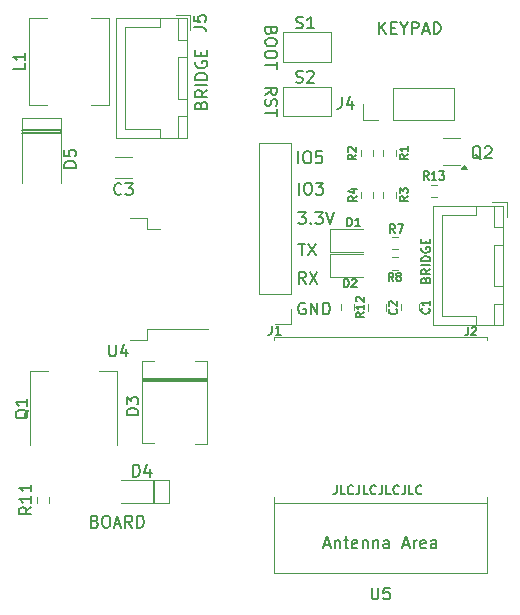
<source format=gbr>
%TF.GenerationSoftware,KiCad,Pcbnew,9.0.1*%
%TF.CreationDate,2025-09-06T18:12:35+02:00*%
%TF.ProjectId,SommerESP,536f6d6d-6572-4455-9350-2e6b69636164,2.0*%
%TF.SameCoordinates,Original*%
%TF.FileFunction,Legend,Top*%
%TF.FilePolarity,Positive*%
%FSLAX46Y46*%
G04 Gerber Fmt 4.6, Leading zero omitted, Abs format (unit mm)*
G04 Created by KiCad (PCBNEW 9.0.1) date 2025-09-06 18:12:35*
%MOMM*%
%LPD*%
G01*
G04 APERTURE LIST*
%ADD10C,0.150000*%
%ADD11C,0.120000*%
G04 APERTURE END LIST*
D10*
X93425000Y-61925000D02*
X93425000Y-62050000D01*
X90125000Y-61850000D02*
X93425000Y-61850000D01*
X105800000Y-82875000D02*
X100350000Y-82875000D01*
X93425000Y-62075000D02*
X90125000Y-62075000D01*
X105800000Y-83100000D02*
X100350000Y-83100000D01*
X113541541Y-68769819D02*
X114160588Y-68769819D01*
X114160588Y-68769819D02*
X113827255Y-69150771D01*
X113827255Y-69150771D02*
X113970112Y-69150771D01*
X113970112Y-69150771D02*
X114065350Y-69198390D01*
X114065350Y-69198390D02*
X114112969Y-69246009D01*
X114112969Y-69246009D02*
X114160588Y-69341247D01*
X114160588Y-69341247D02*
X114160588Y-69579342D01*
X114160588Y-69579342D02*
X114112969Y-69674580D01*
X114112969Y-69674580D02*
X114065350Y-69722200D01*
X114065350Y-69722200D02*
X113970112Y-69769819D01*
X113970112Y-69769819D02*
X113684398Y-69769819D01*
X113684398Y-69769819D02*
X113589160Y-69722200D01*
X113589160Y-69722200D02*
X113541541Y-69674580D01*
X114589160Y-69674580D02*
X114636779Y-69722200D01*
X114636779Y-69722200D02*
X114589160Y-69769819D01*
X114589160Y-69769819D02*
X114541541Y-69722200D01*
X114541541Y-69722200D02*
X114589160Y-69674580D01*
X114589160Y-69674580D02*
X114589160Y-69769819D01*
X114970112Y-68769819D02*
X115589159Y-68769819D01*
X115589159Y-68769819D02*
X115255826Y-69150771D01*
X115255826Y-69150771D02*
X115398683Y-69150771D01*
X115398683Y-69150771D02*
X115493921Y-69198390D01*
X115493921Y-69198390D02*
X115541540Y-69246009D01*
X115541540Y-69246009D02*
X115589159Y-69341247D01*
X115589159Y-69341247D02*
X115589159Y-69579342D01*
X115589159Y-69579342D02*
X115541540Y-69674580D01*
X115541540Y-69674580D02*
X115493921Y-69722200D01*
X115493921Y-69722200D02*
X115398683Y-69769819D01*
X115398683Y-69769819D02*
X115112969Y-69769819D01*
X115112969Y-69769819D02*
X115017731Y-69722200D01*
X115017731Y-69722200D02*
X114970112Y-69674580D01*
X115874874Y-68769819D02*
X116208207Y-69769819D01*
X116208207Y-69769819D02*
X116541540Y-68769819D01*
X105296009Y-59679887D02*
X105343628Y-59537030D01*
X105343628Y-59537030D02*
X105391247Y-59489411D01*
X105391247Y-59489411D02*
X105486485Y-59441792D01*
X105486485Y-59441792D02*
X105629342Y-59441792D01*
X105629342Y-59441792D02*
X105724580Y-59489411D01*
X105724580Y-59489411D02*
X105772200Y-59537030D01*
X105772200Y-59537030D02*
X105819819Y-59632268D01*
X105819819Y-59632268D02*
X105819819Y-60013220D01*
X105819819Y-60013220D02*
X104819819Y-60013220D01*
X104819819Y-60013220D02*
X104819819Y-59679887D01*
X104819819Y-59679887D02*
X104867438Y-59584649D01*
X104867438Y-59584649D02*
X104915057Y-59537030D01*
X104915057Y-59537030D02*
X105010295Y-59489411D01*
X105010295Y-59489411D02*
X105105533Y-59489411D01*
X105105533Y-59489411D02*
X105200771Y-59537030D01*
X105200771Y-59537030D02*
X105248390Y-59584649D01*
X105248390Y-59584649D02*
X105296009Y-59679887D01*
X105296009Y-59679887D02*
X105296009Y-60013220D01*
X105819819Y-58441792D02*
X105343628Y-58775125D01*
X105819819Y-59013220D02*
X104819819Y-59013220D01*
X104819819Y-59013220D02*
X104819819Y-58632268D01*
X104819819Y-58632268D02*
X104867438Y-58537030D01*
X104867438Y-58537030D02*
X104915057Y-58489411D01*
X104915057Y-58489411D02*
X105010295Y-58441792D01*
X105010295Y-58441792D02*
X105153152Y-58441792D01*
X105153152Y-58441792D02*
X105248390Y-58489411D01*
X105248390Y-58489411D02*
X105296009Y-58537030D01*
X105296009Y-58537030D02*
X105343628Y-58632268D01*
X105343628Y-58632268D02*
X105343628Y-59013220D01*
X105819819Y-58013220D02*
X104819819Y-58013220D01*
X105819819Y-57537030D02*
X104819819Y-57537030D01*
X104819819Y-57537030D02*
X104819819Y-57298935D01*
X104819819Y-57298935D02*
X104867438Y-57156078D01*
X104867438Y-57156078D02*
X104962676Y-57060840D01*
X104962676Y-57060840D02*
X105057914Y-57013221D01*
X105057914Y-57013221D02*
X105248390Y-56965602D01*
X105248390Y-56965602D02*
X105391247Y-56965602D01*
X105391247Y-56965602D02*
X105581723Y-57013221D01*
X105581723Y-57013221D02*
X105676961Y-57060840D01*
X105676961Y-57060840D02*
X105772200Y-57156078D01*
X105772200Y-57156078D02*
X105819819Y-57298935D01*
X105819819Y-57298935D02*
X105819819Y-57537030D01*
X104867438Y-56013221D02*
X104819819Y-56108459D01*
X104819819Y-56108459D02*
X104819819Y-56251316D01*
X104819819Y-56251316D02*
X104867438Y-56394173D01*
X104867438Y-56394173D02*
X104962676Y-56489411D01*
X104962676Y-56489411D02*
X105057914Y-56537030D01*
X105057914Y-56537030D02*
X105248390Y-56584649D01*
X105248390Y-56584649D02*
X105391247Y-56584649D01*
X105391247Y-56584649D02*
X105581723Y-56537030D01*
X105581723Y-56537030D02*
X105676961Y-56489411D01*
X105676961Y-56489411D02*
X105772200Y-56394173D01*
X105772200Y-56394173D02*
X105819819Y-56251316D01*
X105819819Y-56251316D02*
X105819819Y-56156078D01*
X105819819Y-56156078D02*
X105772200Y-56013221D01*
X105772200Y-56013221D02*
X105724580Y-55965602D01*
X105724580Y-55965602D02*
X105391247Y-55965602D01*
X105391247Y-55965602D02*
X105391247Y-56156078D01*
X105296009Y-55537030D02*
X105296009Y-55203697D01*
X105819819Y-55060840D02*
X105819819Y-55537030D01*
X105819819Y-55537030D02*
X104819819Y-55537030D01*
X104819819Y-55537030D02*
X104819819Y-55060840D01*
X124307557Y-74522744D02*
X124343271Y-74415601D01*
X124343271Y-74415601D02*
X124378985Y-74379887D01*
X124378985Y-74379887D02*
X124450414Y-74344173D01*
X124450414Y-74344173D02*
X124557557Y-74344173D01*
X124557557Y-74344173D02*
X124628985Y-74379887D01*
X124628985Y-74379887D02*
X124664700Y-74415601D01*
X124664700Y-74415601D02*
X124700414Y-74487030D01*
X124700414Y-74487030D02*
X124700414Y-74772744D01*
X124700414Y-74772744D02*
X123950414Y-74772744D01*
X123950414Y-74772744D02*
X123950414Y-74522744D01*
X123950414Y-74522744D02*
X123986128Y-74451316D01*
X123986128Y-74451316D02*
X124021842Y-74415601D01*
X124021842Y-74415601D02*
X124093271Y-74379887D01*
X124093271Y-74379887D02*
X124164700Y-74379887D01*
X124164700Y-74379887D02*
X124236128Y-74415601D01*
X124236128Y-74415601D02*
X124271842Y-74451316D01*
X124271842Y-74451316D02*
X124307557Y-74522744D01*
X124307557Y-74522744D02*
X124307557Y-74772744D01*
X124700414Y-73594173D02*
X124343271Y-73844173D01*
X124700414Y-74022744D02*
X123950414Y-74022744D01*
X123950414Y-74022744D02*
X123950414Y-73737030D01*
X123950414Y-73737030D02*
X123986128Y-73665601D01*
X123986128Y-73665601D02*
X124021842Y-73629887D01*
X124021842Y-73629887D02*
X124093271Y-73594173D01*
X124093271Y-73594173D02*
X124200414Y-73594173D01*
X124200414Y-73594173D02*
X124271842Y-73629887D01*
X124271842Y-73629887D02*
X124307557Y-73665601D01*
X124307557Y-73665601D02*
X124343271Y-73737030D01*
X124343271Y-73737030D02*
X124343271Y-74022744D01*
X124700414Y-73272744D02*
X123950414Y-73272744D01*
X124700414Y-72915601D02*
X123950414Y-72915601D01*
X123950414Y-72915601D02*
X123950414Y-72737030D01*
X123950414Y-72737030D02*
X123986128Y-72629887D01*
X123986128Y-72629887D02*
X124057557Y-72558458D01*
X124057557Y-72558458D02*
X124128985Y-72522744D01*
X124128985Y-72522744D02*
X124271842Y-72487030D01*
X124271842Y-72487030D02*
X124378985Y-72487030D01*
X124378985Y-72487030D02*
X124521842Y-72522744D01*
X124521842Y-72522744D02*
X124593271Y-72558458D01*
X124593271Y-72558458D02*
X124664700Y-72629887D01*
X124664700Y-72629887D02*
X124700414Y-72737030D01*
X124700414Y-72737030D02*
X124700414Y-72915601D01*
X123986128Y-71772744D02*
X123950414Y-71844173D01*
X123950414Y-71844173D02*
X123950414Y-71951315D01*
X123950414Y-71951315D02*
X123986128Y-72058458D01*
X123986128Y-72058458D02*
X124057557Y-72129887D01*
X124057557Y-72129887D02*
X124128985Y-72165601D01*
X124128985Y-72165601D02*
X124271842Y-72201315D01*
X124271842Y-72201315D02*
X124378985Y-72201315D01*
X124378985Y-72201315D02*
X124521842Y-72165601D01*
X124521842Y-72165601D02*
X124593271Y-72129887D01*
X124593271Y-72129887D02*
X124664700Y-72058458D01*
X124664700Y-72058458D02*
X124700414Y-71951315D01*
X124700414Y-71951315D02*
X124700414Y-71879887D01*
X124700414Y-71879887D02*
X124664700Y-71772744D01*
X124664700Y-71772744D02*
X124628985Y-71737030D01*
X124628985Y-71737030D02*
X124378985Y-71737030D01*
X124378985Y-71737030D02*
X124378985Y-71879887D01*
X124307557Y-71415601D02*
X124307557Y-71165601D01*
X124700414Y-71058458D02*
X124700414Y-71415601D01*
X124700414Y-71415601D02*
X123950414Y-71415601D01*
X123950414Y-71415601D02*
X123950414Y-71058458D01*
X113586779Y-67269819D02*
X113586779Y-66269819D01*
X114253445Y-66269819D02*
X114443921Y-66269819D01*
X114443921Y-66269819D02*
X114539159Y-66317438D01*
X114539159Y-66317438D02*
X114634397Y-66412676D01*
X114634397Y-66412676D02*
X114682016Y-66603152D01*
X114682016Y-66603152D02*
X114682016Y-66936485D01*
X114682016Y-66936485D02*
X114634397Y-67126961D01*
X114634397Y-67126961D02*
X114539159Y-67222200D01*
X114539159Y-67222200D02*
X114443921Y-67269819D01*
X114443921Y-67269819D02*
X114253445Y-67269819D01*
X114253445Y-67269819D02*
X114158207Y-67222200D01*
X114158207Y-67222200D02*
X114062969Y-67126961D01*
X114062969Y-67126961D02*
X114015350Y-66936485D01*
X114015350Y-66936485D02*
X114015350Y-66603152D01*
X114015350Y-66603152D02*
X114062969Y-66412676D01*
X114062969Y-66412676D02*
X114158207Y-66317438D01*
X114158207Y-66317438D02*
X114253445Y-66269819D01*
X115015350Y-66269819D02*
X115634397Y-66269819D01*
X115634397Y-66269819D02*
X115301064Y-66650771D01*
X115301064Y-66650771D02*
X115443921Y-66650771D01*
X115443921Y-66650771D02*
X115539159Y-66698390D01*
X115539159Y-66698390D02*
X115586778Y-66746009D01*
X115586778Y-66746009D02*
X115634397Y-66841247D01*
X115634397Y-66841247D02*
X115634397Y-67079342D01*
X115634397Y-67079342D02*
X115586778Y-67174580D01*
X115586778Y-67174580D02*
X115539159Y-67222200D01*
X115539159Y-67222200D02*
X115443921Y-67269819D01*
X115443921Y-67269819D02*
X115158207Y-67269819D01*
X115158207Y-67269819D02*
X115062969Y-67222200D01*
X115062969Y-67222200D02*
X115015350Y-67174580D01*
X110730180Y-58808207D02*
X111206371Y-58474874D01*
X110730180Y-58236779D02*
X111730180Y-58236779D01*
X111730180Y-58236779D02*
X111730180Y-58617731D01*
X111730180Y-58617731D02*
X111682561Y-58712969D01*
X111682561Y-58712969D02*
X111634942Y-58760588D01*
X111634942Y-58760588D02*
X111539704Y-58808207D01*
X111539704Y-58808207D02*
X111396847Y-58808207D01*
X111396847Y-58808207D02*
X111301609Y-58760588D01*
X111301609Y-58760588D02*
X111253990Y-58712969D01*
X111253990Y-58712969D02*
X111206371Y-58617731D01*
X111206371Y-58617731D02*
X111206371Y-58236779D01*
X110777800Y-59189160D02*
X110730180Y-59332017D01*
X110730180Y-59332017D02*
X110730180Y-59570112D01*
X110730180Y-59570112D02*
X110777800Y-59665350D01*
X110777800Y-59665350D02*
X110825419Y-59712969D01*
X110825419Y-59712969D02*
X110920657Y-59760588D01*
X110920657Y-59760588D02*
X111015895Y-59760588D01*
X111015895Y-59760588D02*
X111111133Y-59712969D01*
X111111133Y-59712969D02*
X111158752Y-59665350D01*
X111158752Y-59665350D02*
X111206371Y-59570112D01*
X111206371Y-59570112D02*
X111253990Y-59379636D01*
X111253990Y-59379636D02*
X111301609Y-59284398D01*
X111301609Y-59284398D02*
X111349228Y-59236779D01*
X111349228Y-59236779D02*
X111444466Y-59189160D01*
X111444466Y-59189160D02*
X111539704Y-59189160D01*
X111539704Y-59189160D02*
X111634942Y-59236779D01*
X111634942Y-59236779D02*
X111682561Y-59284398D01*
X111682561Y-59284398D02*
X111730180Y-59379636D01*
X111730180Y-59379636D02*
X111730180Y-59617731D01*
X111730180Y-59617731D02*
X111682561Y-59760588D01*
X111730180Y-60046303D02*
X111730180Y-60617731D01*
X110730180Y-60332017D02*
X111730180Y-60332017D01*
X116785713Y-91900414D02*
X116785713Y-92436128D01*
X116785713Y-92436128D02*
X116749998Y-92543271D01*
X116749998Y-92543271D02*
X116678570Y-92614700D01*
X116678570Y-92614700D02*
X116571427Y-92650414D01*
X116571427Y-92650414D02*
X116499998Y-92650414D01*
X117499999Y-92650414D02*
X117142856Y-92650414D01*
X117142856Y-92650414D02*
X117142856Y-91900414D01*
X118178570Y-92578985D02*
X118142856Y-92614700D01*
X118142856Y-92614700D02*
X118035713Y-92650414D01*
X118035713Y-92650414D02*
X117964285Y-92650414D01*
X117964285Y-92650414D02*
X117857142Y-92614700D01*
X117857142Y-92614700D02*
X117785713Y-92543271D01*
X117785713Y-92543271D02*
X117749999Y-92471842D01*
X117749999Y-92471842D02*
X117714285Y-92328985D01*
X117714285Y-92328985D02*
X117714285Y-92221842D01*
X117714285Y-92221842D02*
X117749999Y-92078985D01*
X117749999Y-92078985D02*
X117785713Y-92007557D01*
X117785713Y-92007557D02*
X117857142Y-91936128D01*
X117857142Y-91936128D02*
X117964285Y-91900414D01*
X117964285Y-91900414D02*
X118035713Y-91900414D01*
X118035713Y-91900414D02*
X118142856Y-91936128D01*
X118142856Y-91936128D02*
X118178570Y-91971842D01*
X118714285Y-91900414D02*
X118714285Y-92436128D01*
X118714285Y-92436128D02*
X118678570Y-92543271D01*
X118678570Y-92543271D02*
X118607142Y-92614700D01*
X118607142Y-92614700D02*
X118499999Y-92650414D01*
X118499999Y-92650414D02*
X118428570Y-92650414D01*
X119428571Y-92650414D02*
X119071428Y-92650414D01*
X119071428Y-92650414D02*
X119071428Y-91900414D01*
X120107142Y-92578985D02*
X120071428Y-92614700D01*
X120071428Y-92614700D02*
X119964285Y-92650414D01*
X119964285Y-92650414D02*
X119892857Y-92650414D01*
X119892857Y-92650414D02*
X119785714Y-92614700D01*
X119785714Y-92614700D02*
X119714285Y-92543271D01*
X119714285Y-92543271D02*
X119678571Y-92471842D01*
X119678571Y-92471842D02*
X119642857Y-92328985D01*
X119642857Y-92328985D02*
X119642857Y-92221842D01*
X119642857Y-92221842D02*
X119678571Y-92078985D01*
X119678571Y-92078985D02*
X119714285Y-92007557D01*
X119714285Y-92007557D02*
X119785714Y-91936128D01*
X119785714Y-91936128D02*
X119892857Y-91900414D01*
X119892857Y-91900414D02*
X119964285Y-91900414D01*
X119964285Y-91900414D02*
X120071428Y-91936128D01*
X120071428Y-91936128D02*
X120107142Y-91971842D01*
X120642857Y-91900414D02*
X120642857Y-92436128D01*
X120642857Y-92436128D02*
X120607142Y-92543271D01*
X120607142Y-92543271D02*
X120535714Y-92614700D01*
X120535714Y-92614700D02*
X120428571Y-92650414D01*
X120428571Y-92650414D02*
X120357142Y-92650414D01*
X121357143Y-92650414D02*
X121000000Y-92650414D01*
X121000000Y-92650414D02*
X121000000Y-91900414D01*
X122035714Y-92578985D02*
X122000000Y-92614700D01*
X122000000Y-92614700D02*
X121892857Y-92650414D01*
X121892857Y-92650414D02*
X121821429Y-92650414D01*
X121821429Y-92650414D02*
X121714286Y-92614700D01*
X121714286Y-92614700D02*
X121642857Y-92543271D01*
X121642857Y-92543271D02*
X121607143Y-92471842D01*
X121607143Y-92471842D02*
X121571429Y-92328985D01*
X121571429Y-92328985D02*
X121571429Y-92221842D01*
X121571429Y-92221842D02*
X121607143Y-92078985D01*
X121607143Y-92078985D02*
X121642857Y-92007557D01*
X121642857Y-92007557D02*
X121714286Y-91936128D01*
X121714286Y-91936128D02*
X121821429Y-91900414D01*
X121821429Y-91900414D02*
X121892857Y-91900414D01*
X121892857Y-91900414D02*
X122000000Y-91936128D01*
X122000000Y-91936128D02*
X122035714Y-91971842D01*
X122571429Y-91900414D02*
X122571429Y-92436128D01*
X122571429Y-92436128D02*
X122535714Y-92543271D01*
X122535714Y-92543271D02*
X122464286Y-92614700D01*
X122464286Y-92614700D02*
X122357143Y-92650414D01*
X122357143Y-92650414D02*
X122285714Y-92650414D01*
X123285715Y-92650414D02*
X122928572Y-92650414D01*
X122928572Y-92650414D02*
X122928572Y-91900414D01*
X123964286Y-92578985D02*
X123928572Y-92614700D01*
X123928572Y-92614700D02*
X123821429Y-92650414D01*
X123821429Y-92650414D02*
X123750001Y-92650414D01*
X123750001Y-92650414D02*
X123642858Y-92614700D01*
X123642858Y-92614700D02*
X123571429Y-92543271D01*
X123571429Y-92543271D02*
X123535715Y-92471842D01*
X123535715Y-92471842D02*
X123500001Y-92328985D01*
X123500001Y-92328985D02*
X123500001Y-92221842D01*
X123500001Y-92221842D02*
X123535715Y-92078985D01*
X123535715Y-92078985D02*
X123571429Y-92007557D01*
X123571429Y-92007557D02*
X123642858Y-91936128D01*
X123642858Y-91936128D02*
X123750001Y-91900414D01*
X123750001Y-91900414D02*
X123821429Y-91900414D01*
X123821429Y-91900414D02*
X123928572Y-91936128D01*
X123928572Y-91936128D02*
X123964286Y-91971842D01*
X120386779Y-53669819D02*
X120386779Y-52669819D01*
X120958207Y-53669819D02*
X120529636Y-53098390D01*
X120958207Y-52669819D02*
X120386779Y-53241247D01*
X121386779Y-53146009D02*
X121720112Y-53146009D01*
X121862969Y-53669819D02*
X121386779Y-53669819D01*
X121386779Y-53669819D02*
X121386779Y-52669819D01*
X121386779Y-52669819D02*
X121862969Y-52669819D01*
X122482017Y-53193628D02*
X122482017Y-53669819D01*
X122148684Y-52669819D02*
X122482017Y-53193628D01*
X122482017Y-53193628D02*
X122815350Y-52669819D01*
X123148684Y-53669819D02*
X123148684Y-52669819D01*
X123148684Y-52669819D02*
X123529636Y-52669819D01*
X123529636Y-52669819D02*
X123624874Y-52717438D01*
X123624874Y-52717438D02*
X123672493Y-52765057D01*
X123672493Y-52765057D02*
X123720112Y-52860295D01*
X123720112Y-52860295D02*
X123720112Y-53003152D01*
X123720112Y-53003152D02*
X123672493Y-53098390D01*
X123672493Y-53098390D02*
X123624874Y-53146009D01*
X123624874Y-53146009D02*
X123529636Y-53193628D01*
X123529636Y-53193628D02*
X123148684Y-53193628D01*
X124101065Y-53384104D02*
X124577255Y-53384104D01*
X124005827Y-53669819D02*
X124339160Y-52669819D01*
X124339160Y-52669819D02*
X124672493Y-53669819D01*
X125005827Y-53669819D02*
X125005827Y-52669819D01*
X125005827Y-52669819D02*
X125243922Y-52669819D01*
X125243922Y-52669819D02*
X125386779Y-52717438D01*
X125386779Y-52717438D02*
X125482017Y-52812676D01*
X125482017Y-52812676D02*
X125529636Y-52907914D01*
X125529636Y-52907914D02*
X125577255Y-53098390D01*
X125577255Y-53098390D02*
X125577255Y-53241247D01*
X125577255Y-53241247D02*
X125529636Y-53431723D01*
X125529636Y-53431723D02*
X125482017Y-53526961D01*
X125482017Y-53526961D02*
X125386779Y-53622200D01*
X125386779Y-53622200D02*
X125243922Y-53669819D01*
X125243922Y-53669819D02*
X125005827Y-53669819D01*
X113543922Y-71419819D02*
X114115350Y-71419819D01*
X113829636Y-72419819D02*
X113829636Y-71419819D01*
X114353446Y-71419819D02*
X115020112Y-72419819D01*
X115020112Y-71419819D02*
X114353446Y-72419819D01*
X114158207Y-74819819D02*
X113824874Y-74343628D01*
X113586779Y-74819819D02*
X113586779Y-73819819D01*
X113586779Y-73819819D02*
X113967731Y-73819819D01*
X113967731Y-73819819D02*
X114062969Y-73867438D01*
X114062969Y-73867438D02*
X114110588Y-73915057D01*
X114110588Y-73915057D02*
X114158207Y-74010295D01*
X114158207Y-74010295D02*
X114158207Y-74153152D01*
X114158207Y-74153152D02*
X114110588Y-74248390D01*
X114110588Y-74248390D02*
X114062969Y-74296009D01*
X114062969Y-74296009D02*
X113967731Y-74343628D01*
X113967731Y-74343628D02*
X113586779Y-74343628D01*
X114491541Y-73819819D02*
X115158207Y-74819819D01*
X115158207Y-73819819D02*
X114491541Y-74819819D01*
X113536779Y-64619819D02*
X113536779Y-63619819D01*
X114203445Y-63619819D02*
X114393921Y-63619819D01*
X114393921Y-63619819D02*
X114489159Y-63667438D01*
X114489159Y-63667438D02*
X114584397Y-63762676D01*
X114584397Y-63762676D02*
X114632016Y-63953152D01*
X114632016Y-63953152D02*
X114632016Y-64286485D01*
X114632016Y-64286485D02*
X114584397Y-64476961D01*
X114584397Y-64476961D02*
X114489159Y-64572200D01*
X114489159Y-64572200D02*
X114393921Y-64619819D01*
X114393921Y-64619819D02*
X114203445Y-64619819D01*
X114203445Y-64619819D02*
X114108207Y-64572200D01*
X114108207Y-64572200D02*
X114012969Y-64476961D01*
X114012969Y-64476961D02*
X113965350Y-64286485D01*
X113965350Y-64286485D02*
X113965350Y-63953152D01*
X113965350Y-63953152D02*
X114012969Y-63762676D01*
X114012969Y-63762676D02*
X114108207Y-63667438D01*
X114108207Y-63667438D02*
X114203445Y-63619819D01*
X115536778Y-63619819D02*
X115060588Y-63619819D01*
X115060588Y-63619819D02*
X115012969Y-64096009D01*
X115012969Y-64096009D02*
X115060588Y-64048390D01*
X115060588Y-64048390D02*
X115155826Y-64000771D01*
X115155826Y-64000771D02*
X115393921Y-64000771D01*
X115393921Y-64000771D02*
X115489159Y-64048390D01*
X115489159Y-64048390D02*
X115536778Y-64096009D01*
X115536778Y-64096009D02*
X115584397Y-64191247D01*
X115584397Y-64191247D02*
X115584397Y-64429342D01*
X115584397Y-64429342D02*
X115536778Y-64524580D01*
X115536778Y-64524580D02*
X115489159Y-64572200D01*
X115489159Y-64572200D02*
X115393921Y-64619819D01*
X115393921Y-64619819D02*
X115155826Y-64619819D01*
X115155826Y-64619819D02*
X115060588Y-64572200D01*
X115060588Y-64572200D02*
X115012969Y-64524580D01*
X96320112Y-94946009D02*
X96462969Y-94993628D01*
X96462969Y-94993628D02*
X96510588Y-95041247D01*
X96510588Y-95041247D02*
X96558207Y-95136485D01*
X96558207Y-95136485D02*
X96558207Y-95279342D01*
X96558207Y-95279342D02*
X96510588Y-95374580D01*
X96510588Y-95374580D02*
X96462969Y-95422200D01*
X96462969Y-95422200D02*
X96367731Y-95469819D01*
X96367731Y-95469819D02*
X95986779Y-95469819D01*
X95986779Y-95469819D02*
X95986779Y-94469819D01*
X95986779Y-94469819D02*
X96320112Y-94469819D01*
X96320112Y-94469819D02*
X96415350Y-94517438D01*
X96415350Y-94517438D02*
X96462969Y-94565057D01*
X96462969Y-94565057D02*
X96510588Y-94660295D01*
X96510588Y-94660295D02*
X96510588Y-94755533D01*
X96510588Y-94755533D02*
X96462969Y-94850771D01*
X96462969Y-94850771D02*
X96415350Y-94898390D01*
X96415350Y-94898390D02*
X96320112Y-94946009D01*
X96320112Y-94946009D02*
X95986779Y-94946009D01*
X97177255Y-94469819D02*
X97367731Y-94469819D01*
X97367731Y-94469819D02*
X97462969Y-94517438D01*
X97462969Y-94517438D02*
X97558207Y-94612676D01*
X97558207Y-94612676D02*
X97605826Y-94803152D01*
X97605826Y-94803152D02*
X97605826Y-95136485D01*
X97605826Y-95136485D02*
X97558207Y-95326961D01*
X97558207Y-95326961D02*
X97462969Y-95422200D01*
X97462969Y-95422200D02*
X97367731Y-95469819D01*
X97367731Y-95469819D02*
X97177255Y-95469819D01*
X97177255Y-95469819D02*
X97082017Y-95422200D01*
X97082017Y-95422200D02*
X96986779Y-95326961D01*
X96986779Y-95326961D02*
X96939160Y-95136485D01*
X96939160Y-95136485D02*
X96939160Y-94803152D01*
X96939160Y-94803152D02*
X96986779Y-94612676D01*
X96986779Y-94612676D02*
X97082017Y-94517438D01*
X97082017Y-94517438D02*
X97177255Y-94469819D01*
X97986779Y-95184104D02*
X98462969Y-95184104D01*
X97891541Y-95469819D02*
X98224874Y-94469819D01*
X98224874Y-94469819D02*
X98558207Y-95469819D01*
X99462969Y-95469819D02*
X99129636Y-94993628D01*
X98891541Y-95469819D02*
X98891541Y-94469819D01*
X98891541Y-94469819D02*
X99272493Y-94469819D01*
X99272493Y-94469819D02*
X99367731Y-94517438D01*
X99367731Y-94517438D02*
X99415350Y-94565057D01*
X99415350Y-94565057D02*
X99462969Y-94660295D01*
X99462969Y-94660295D02*
X99462969Y-94803152D01*
X99462969Y-94803152D02*
X99415350Y-94898390D01*
X99415350Y-94898390D02*
X99367731Y-94946009D01*
X99367731Y-94946009D02*
X99272493Y-94993628D01*
X99272493Y-94993628D02*
X98891541Y-94993628D01*
X99891541Y-95469819D02*
X99891541Y-94469819D01*
X99891541Y-94469819D02*
X100129636Y-94469819D01*
X100129636Y-94469819D02*
X100272493Y-94517438D01*
X100272493Y-94517438D02*
X100367731Y-94612676D01*
X100367731Y-94612676D02*
X100415350Y-94707914D01*
X100415350Y-94707914D02*
X100462969Y-94898390D01*
X100462969Y-94898390D02*
X100462969Y-95041247D01*
X100462969Y-95041247D02*
X100415350Y-95231723D01*
X100415350Y-95231723D02*
X100367731Y-95326961D01*
X100367731Y-95326961D02*
X100272493Y-95422200D01*
X100272493Y-95422200D02*
X100129636Y-95469819D01*
X100129636Y-95469819D02*
X99891541Y-95469819D01*
X111253990Y-53420112D02*
X111206371Y-53562969D01*
X111206371Y-53562969D02*
X111158752Y-53610588D01*
X111158752Y-53610588D02*
X111063514Y-53658207D01*
X111063514Y-53658207D02*
X110920657Y-53658207D01*
X110920657Y-53658207D02*
X110825419Y-53610588D01*
X110825419Y-53610588D02*
X110777800Y-53562969D01*
X110777800Y-53562969D02*
X110730180Y-53467731D01*
X110730180Y-53467731D02*
X110730180Y-53086779D01*
X110730180Y-53086779D02*
X111730180Y-53086779D01*
X111730180Y-53086779D02*
X111730180Y-53420112D01*
X111730180Y-53420112D02*
X111682561Y-53515350D01*
X111682561Y-53515350D02*
X111634942Y-53562969D01*
X111634942Y-53562969D02*
X111539704Y-53610588D01*
X111539704Y-53610588D02*
X111444466Y-53610588D01*
X111444466Y-53610588D02*
X111349228Y-53562969D01*
X111349228Y-53562969D02*
X111301609Y-53515350D01*
X111301609Y-53515350D02*
X111253990Y-53420112D01*
X111253990Y-53420112D02*
X111253990Y-53086779D01*
X111730180Y-54277255D02*
X111730180Y-54467731D01*
X111730180Y-54467731D02*
X111682561Y-54562969D01*
X111682561Y-54562969D02*
X111587323Y-54658207D01*
X111587323Y-54658207D02*
X111396847Y-54705826D01*
X111396847Y-54705826D02*
X111063514Y-54705826D01*
X111063514Y-54705826D02*
X110873038Y-54658207D01*
X110873038Y-54658207D02*
X110777800Y-54562969D01*
X110777800Y-54562969D02*
X110730180Y-54467731D01*
X110730180Y-54467731D02*
X110730180Y-54277255D01*
X110730180Y-54277255D02*
X110777800Y-54182017D01*
X110777800Y-54182017D02*
X110873038Y-54086779D01*
X110873038Y-54086779D02*
X111063514Y-54039160D01*
X111063514Y-54039160D02*
X111396847Y-54039160D01*
X111396847Y-54039160D02*
X111587323Y-54086779D01*
X111587323Y-54086779D02*
X111682561Y-54182017D01*
X111682561Y-54182017D02*
X111730180Y-54277255D01*
X111730180Y-55324874D02*
X111730180Y-55515350D01*
X111730180Y-55515350D02*
X111682561Y-55610588D01*
X111682561Y-55610588D02*
X111587323Y-55705826D01*
X111587323Y-55705826D02*
X111396847Y-55753445D01*
X111396847Y-55753445D02*
X111063514Y-55753445D01*
X111063514Y-55753445D02*
X110873038Y-55705826D01*
X110873038Y-55705826D02*
X110777800Y-55610588D01*
X110777800Y-55610588D02*
X110730180Y-55515350D01*
X110730180Y-55515350D02*
X110730180Y-55324874D01*
X110730180Y-55324874D02*
X110777800Y-55229636D01*
X110777800Y-55229636D02*
X110873038Y-55134398D01*
X110873038Y-55134398D02*
X111063514Y-55086779D01*
X111063514Y-55086779D02*
X111396847Y-55086779D01*
X111396847Y-55086779D02*
X111587323Y-55134398D01*
X111587323Y-55134398D02*
X111682561Y-55229636D01*
X111682561Y-55229636D02*
X111730180Y-55324874D01*
X111730180Y-56039160D02*
X111730180Y-56610588D01*
X110730180Y-56324874D02*
X111730180Y-56324874D01*
X114110588Y-76467438D02*
X114015350Y-76419819D01*
X114015350Y-76419819D02*
X113872493Y-76419819D01*
X113872493Y-76419819D02*
X113729636Y-76467438D01*
X113729636Y-76467438D02*
X113634398Y-76562676D01*
X113634398Y-76562676D02*
X113586779Y-76657914D01*
X113586779Y-76657914D02*
X113539160Y-76848390D01*
X113539160Y-76848390D02*
X113539160Y-76991247D01*
X113539160Y-76991247D02*
X113586779Y-77181723D01*
X113586779Y-77181723D02*
X113634398Y-77276961D01*
X113634398Y-77276961D02*
X113729636Y-77372200D01*
X113729636Y-77372200D02*
X113872493Y-77419819D01*
X113872493Y-77419819D02*
X113967731Y-77419819D01*
X113967731Y-77419819D02*
X114110588Y-77372200D01*
X114110588Y-77372200D02*
X114158207Y-77324580D01*
X114158207Y-77324580D02*
X114158207Y-76991247D01*
X114158207Y-76991247D02*
X113967731Y-76991247D01*
X114586779Y-77419819D02*
X114586779Y-76419819D01*
X114586779Y-76419819D02*
X115158207Y-77419819D01*
X115158207Y-77419819D02*
X115158207Y-76419819D01*
X115634398Y-77419819D02*
X115634398Y-76419819D01*
X115634398Y-76419819D02*
X115872493Y-76419819D01*
X115872493Y-76419819D02*
X116015350Y-76467438D01*
X116015350Y-76467438D02*
X116110588Y-76562676D01*
X116110588Y-76562676D02*
X116158207Y-76657914D01*
X116158207Y-76657914D02*
X116205826Y-76848390D01*
X116205826Y-76848390D02*
X116205826Y-76991247D01*
X116205826Y-76991247D02*
X116158207Y-77181723D01*
X116158207Y-77181723D02*
X116110588Y-77276961D01*
X116110588Y-77276961D02*
X116015350Y-77372200D01*
X116015350Y-77372200D02*
X115872493Y-77419819D01*
X115872493Y-77419819D02*
X115634398Y-77419819D01*
X121583333Y-74591033D02*
X121350000Y-74257700D01*
X121183333Y-74591033D02*
X121183333Y-73891033D01*
X121183333Y-73891033D02*
X121450000Y-73891033D01*
X121450000Y-73891033D02*
X121516667Y-73924366D01*
X121516667Y-73924366D02*
X121550000Y-73957700D01*
X121550000Y-73957700D02*
X121583333Y-74024366D01*
X121583333Y-74024366D02*
X121583333Y-74124366D01*
X121583333Y-74124366D02*
X121550000Y-74191033D01*
X121550000Y-74191033D02*
X121516667Y-74224366D01*
X121516667Y-74224366D02*
X121450000Y-74257700D01*
X121450000Y-74257700D02*
X121183333Y-74257700D01*
X121983333Y-74191033D02*
X121916667Y-74157700D01*
X121916667Y-74157700D02*
X121883333Y-74124366D01*
X121883333Y-74124366D02*
X121850000Y-74057700D01*
X121850000Y-74057700D02*
X121850000Y-74024366D01*
X121850000Y-74024366D02*
X121883333Y-73957700D01*
X121883333Y-73957700D02*
X121916667Y-73924366D01*
X121916667Y-73924366D02*
X121983333Y-73891033D01*
X121983333Y-73891033D02*
X122116667Y-73891033D01*
X122116667Y-73891033D02*
X122183333Y-73924366D01*
X122183333Y-73924366D02*
X122216667Y-73957700D01*
X122216667Y-73957700D02*
X122250000Y-74024366D01*
X122250000Y-74024366D02*
X122250000Y-74057700D01*
X122250000Y-74057700D02*
X122216667Y-74124366D01*
X122216667Y-74124366D02*
X122183333Y-74157700D01*
X122183333Y-74157700D02*
X122116667Y-74191033D01*
X122116667Y-74191033D02*
X121983333Y-74191033D01*
X121983333Y-74191033D02*
X121916667Y-74224366D01*
X121916667Y-74224366D02*
X121883333Y-74257700D01*
X121883333Y-74257700D02*
X121850000Y-74324366D01*
X121850000Y-74324366D02*
X121850000Y-74457700D01*
X121850000Y-74457700D02*
X121883333Y-74524366D01*
X121883333Y-74524366D02*
X121916667Y-74557700D01*
X121916667Y-74557700D02*
X121983333Y-74591033D01*
X121983333Y-74591033D02*
X122116667Y-74591033D01*
X122116667Y-74591033D02*
X122183333Y-74557700D01*
X122183333Y-74557700D02*
X122216667Y-74524366D01*
X122216667Y-74524366D02*
X122250000Y-74457700D01*
X122250000Y-74457700D02*
X122250000Y-74324366D01*
X122250000Y-74324366D02*
X122216667Y-74257700D01*
X122216667Y-74257700D02*
X122183333Y-74224366D01*
X122183333Y-74224366D02*
X122116667Y-74191033D01*
X118416033Y-63904166D02*
X118082700Y-64137499D01*
X118416033Y-64304166D02*
X117716033Y-64304166D01*
X117716033Y-64304166D02*
X117716033Y-64037499D01*
X117716033Y-64037499D02*
X117749366Y-63970833D01*
X117749366Y-63970833D02*
X117782700Y-63937499D01*
X117782700Y-63937499D02*
X117849366Y-63904166D01*
X117849366Y-63904166D02*
X117949366Y-63904166D01*
X117949366Y-63904166D02*
X118016033Y-63937499D01*
X118016033Y-63937499D02*
X118049366Y-63970833D01*
X118049366Y-63970833D02*
X118082700Y-64037499D01*
X118082700Y-64037499D02*
X118082700Y-64304166D01*
X117782700Y-63637499D02*
X117749366Y-63604166D01*
X117749366Y-63604166D02*
X117716033Y-63537499D01*
X117716033Y-63537499D02*
X117716033Y-63370833D01*
X117716033Y-63370833D02*
X117749366Y-63304166D01*
X117749366Y-63304166D02*
X117782700Y-63270833D01*
X117782700Y-63270833D02*
X117849366Y-63237499D01*
X117849366Y-63237499D02*
X117916033Y-63237499D01*
X117916033Y-63237499D02*
X118016033Y-63270833D01*
X118016033Y-63270833D02*
X118416033Y-63670833D01*
X118416033Y-63670833D02*
X118416033Y-63237499D01*
X122816033Y-67416666D02*
X122482700Y-67649999D01*
X122816033Y-67816666D02*
X122116033Y-67816666D01*
X122116033Y-67816666D02*
X122116033Y-67549999D01*
X122116033Y-67549999D02*
X122149366Y-67483333D01*
X122149366Y-67483333D02*
X122182700Y-67449999D01*
X122182700Y-67449999D02*
X122249366Y-67416666D01*
X122249366Y-67416666D02*
X122349366Y-67416666D01*
X122349366Y-67416666D02*
X122416033Y-67449999D01*
X122416033Y-67449999D02*
X122449366Y-67483333D01*
X122449366Y-67483333D02*
X122482700Y-67549999D01*
X122482700Y-67549999D02*
X122482700Y-67816666D01*
X122116033Y-67183333D02*
X122116033Y-66749999D01*
X122116033Y-66749999D02*
X122382700Y-66983333D01*
X122382700Y-66983333D02*
X122382700Y-66883333D01*
X122382700Y-66883333D02*
X122416033Y-66816666D01*
X122416033Y-66816666D02*
X122449366Y-66783333D01*
X122449366Y-66783333D02*
X122516033Y-66749999D01*
X122516033Y-66749999D02*
X122682700Y-66749999D01*
X122682700Y-66749999D02*
X122749366Y-66783333D01*
X122749366Y-66783333D02*
X122782700Y-66816666D01*
X122782700Y-66816666D02*
X122816033Y-66883333D01*
X122816033Y-66883333D02*
X122816033Y-67083333D01*
X122816033Y-67083333D02*
X122782700Y-67149999D01*
X122782700Y-67149999D02*
X122749366Y-67183333D01*
X98558333Y-67209580D02*
X98510714Y-67257200D01*
X98510714Y-67257200D02*
X98367857Y-67304819D01*
X98367857Y-67304819D02*
X98272619Y-67304819D01*
X98272619Y-67304819D02*
X98129762Y-67257200D01*
X98129762Y-67257200D02*
X98034524Y-67161961D01*
X98034524Y-67161961D02*
X97986905Y-67066723D01*
X97986905Y-67066723D02*
X97939286Y-66876247D01*
X97939286Y-66876247D02*
X97939286Y-66733390D01*
X97939286Y-66733390D02*
X97986905Y-66542914D01*
X97986905Y-66542914D02*
X98034524Y-66447676D01*
X98034524Y-66447676D02*
X98129762Y-66352438D01*
X98129762Y-66352438D02*
X98272619Y-66304819D01*
X98272619Y-66304819D02*
X98367857Y-66304819D01*
X98367857Y-66304819D02*
X98510714Y-66352438D01*
X98510714Y-66352438D02*
X98558333Y-66400057D01*
X98891667Y-66304819D02*
X99510714Y-66304819D01*
X99510714Y-66304819D02*
X99177381Y-66685771D01*
X99177381Y-66685771D02*
X99320238Y-66685771D01*
X99320238Y-66685771D02*
X99415476Y-66733390D01*
X99415476Y-66733390D02*
X99463095Y-66781009D01*
X99463095Y-66781009D02*
X99510714Y-66876247D01*
X99510714Y-66876247D02*
X99510714Y-67114342D01*
X99510714Y-67114342D02*
X99463095Y-67209580D01*
X99463095Y-67209580D02*
X99415476Y-67257200D01*
X99415476Y-67257200D02*
X99320238Y-67304819D01*
X99320238Y-67304819D02*
X99034524Y-67304819D01*
X99034524Y-67304819D02*
X98939286Y-67257200D01*
X98939286Y-67257200D02*
X98891667Y-67209580D01*
X121720833Y-70491033D02*
X121487500Y-70157700D01*
X121320833Y-70491033D02*
X121320833Y-69791033D01*
X121320833Y-69791033D02*
X121587500Y-69791033D01*
X121587500Y-69791033D02*
X121654167Y-69824366D01*
X121654167Y-69824366D02*
X121687500Y-69857700D01*
X121687500Y-69857700D02*
X121720833Y-69924366D01*
X121720833Y-69924366D02*
X121720833Y-70024366D01*
X121720833Y-70024366D02*
X121687500Y-70091033D01*
X121687500Y-70091033D02*
X121654167Y-70124366D01*
X121654167Y-70124366D02*
X121587500Y-70157700D01*
X121587500Y-70157700D02*
X121320833Y-70157700D01*
X121954167Y-69791033D02*
X122420833Y-69791033D01*
X122420833Y-69791033D02*
X122120833Y-70491033D01*
X111300000Y-78389164D02*
X111300000Y-78924878D01*
X111300000Y-78924878D02*
X111264285Y-79032021D01*
X111264285Y-79032021D02*
X111192857Y-79103450D01*
X111192857Y-79103450D02*
X111085714Y-79139164D01*
X111085714Y-79139164D02*
X111014285Y-79139164D01*
X112050000Y-79139164D02*
X111621429Y-79139164D01*
X111835714Y-79139164D02*
X111835714Y-78389164D01*
X111835714Y-78389164D02*
X111764286Y-78496307D01*
X111764286Y-78496307D02*
X111692857Y-78567735D01*
X111692857Y-78567735D02*
X111621429Y-78603450D01*
X94704819Y-64988094D02*
X93704819Y-64988094D01*
X93704819Y-64988094D02*
X93704819Y-64749999D01*
X93704819Y-64749999D02*
X93752438Y-64607142D01*
X93752438Y-64607142D02*
X93847676Y-64511904D01*
X93847676Y-64511904D02*
X93942914Y-64464285D01*
X93942914Y-64464285D02*
X94133390Y-64416666D01*
X94133390Y-64416666D02*
X94276247Y-64416666D01*
X94276247Y-64416666D02*
X94466723Y-64464285D01*
X94466723Y-64464285D02*
X94561961Y-64511904D01*
X94561961Y-64511904D02*
X94657200Y-64607142D01*
X94657200Y-64607142D02*
X94704819Y-64749999D01*
X94704819Y-64749999D02*
X94704819Y-64988094D01*
X93704819Y-63511904D02*
X93704819Y-63988094D01*
X93704819Y-63988094D02*
X94181009Y-64035713D01*
X94181009Y-64035713D02*
X94133390Y-63988094D01*
X94133390Y-63988094D02*
X94085771Y-63892856D01*
X94085771Y-63892856D02*
X94085771Y-63654761D01*
X94085771Y-63654761D02*
X94133390Y-63559523D01*
X94133390Y-63559523D02*
X94181009Y-63511904D01*
X94181009Y-63511904D02*
X94276247Y-63464285D01*
X94276247Y-63464285D02*
X94514342Y-63464285D01*
X94514342Y-63464285D02*
X94609580Y-63511904D01*
X94609580Y-63511904D02*
X94657200Y-63559523D01*
X94657200Y-63559523D02*
X94704819Y-63654761D01*
X94704819Y-63654761D02*
X94704819Y-63892856D01*
X94704819Y-63892856D02*
X94657200Y-63988094D01*
X94657200Y-63988094D02*
X94609580Y-64035713D01*
X113338095Y-57757200D02*
X113480952Y-57804819D01*
X113480952Y-57804819D02*
X113719047Y-57804819D01*
X113719047Y-57804819D02*
X113814285Y-57757200D01*
X113814285Y-57757200D02*
X113861904Y-57709580D01*
X113861904Y-57709580D02*
X113909523Y-57614342D01*
X113909523Y-57614342D02*
X113909523Y-57519104D01*
X113909523Y-57519104D02*
X113861904Y-57423866D01*
X113861904Y-57423866D02*
X113814285Y-57376247D01*
X113814285Y-57376247D02*
X113719047Y-57328628D01*
X113719047Y-57328628D02*
X113528571Y-57281009D01*
X113528571Y-57281009D02*
X113433333Y-57233390D01*
X113433333Y-57233390D02*
X113385714Y-57185771D01*
X113385714Y-57185771D02*
X113338095Y-57090533D01*
X113338095Y-57090533D02*
X113338095Y-56995295D01*
X113338095Y-56995295D02*
X113385714Y-56900057D01*
X113385714Y-56900057D02*
X113433333Y-56852438D01*
X113433333Y-56852438D02*
X113528571Y-56804819D01*
X113528571Y-56804819D02*
X113766666Y-56804819D01*
X113766666Y-56804819D02*
X113909523Y-56852438D01*
X114290476Y-56900057D02*
X114338095Y-56852438D01*
X114338095Y-56852438D02*
X114433333Y-56804819D01*
X114433333Y-56804819D02*
X114671428Y-56804819D01*
X114671428Y-56804819D02*
X114766666Y-56852438D01*
X114766666Y-56852438D02*
X114814285Y-56900057D01*
X114814285Y-56900057D02*
X114861904Y-56995295D01*
X114861904Y-56995295D02*
X114861904Y-57090533D01*
X114861904Y-57090533D02*
X114814285Y-57233390D01*
X114814285Y-57233390D02*
X114242857Y-57804819D01*
X114242857Y-57804819D02*
X114861904Y-57804819D01*
X117408333Y-75116033D02*
X117408333Y-74416033D01*
X117408333Y-74416033D02*
X117575000Y-74416033D01*
X117575000Y-74416033D02*
X117675000Y-74449366D01*
X117675000Y-74449366D02*
X117741667Y-74516033D01*
X117741667Y-74516033D02*
X117775000Y-74582700D01*
X117775000Y-74582700D02*
X117808333Y-74716033D01*
X117808333Y-74716033D02*
X117808333Y-74816033D01*
X117808333Y-74816033D02*
X117775000Y-74949366D01*
X117775000Y-74949366D02*
X117741667Y-75016033D01*
X117741667Y-75016033D02*
X117675000Y-75082700D01*
X117675000Y-75082700D02*
X117575000Y-75116033D01*
X117575000Y-75116033D02*
X117408333Y-75116033D01*
X118075000Y-74482700D02*
X118108333Y-74449366D01*
X118108333Y-74449366D02*
X118175000Y-74416033D01*
X118175000Y-74416033D02*
X118341667Y-74416033D01*
X118341667Y-74416033D02*
X118408333Y-74449366D01*
X118408333Y-74449366D02*
X118441667Y-74482700D01*
X118441667Y-74482700D02*
X118475000Y-74549366D01*
X118475000Y-74549366D02*
X118475000Y-74616033D01*
X118475000Y-74616033D02*
X118441667Y-74716033D01*
X118441667Y-74716033D02*
X118041667Y-75116033D01*
X118041667Y-75116033D02*
X118475000Y-75116033D01*
X113338095Y-53157200D02*
X113480952Y-53204819D01*
X113480952Y-53204819D02*
X113719047Y-53204819D01*
X113719047Y-53204819D02*
X113814285Y-53157200D01*
X113814285Y-53157200D02*
X113861904Y-53109580D01*
X113861904Y-53109580D02*
X113909523Y-53014342D01*
X113909523Y-53014342D02*
X113909523Y-52919104D01*
X113909523Y-52919104D02*
X113861904Y-52823866D01*
X113861904Y-52823866D02*
X113814285Y-52776247D01*
X113814285Y-52776247D02*
X113719047Y-52728628D01*
X113719047Y-52728628D02*
X113528571Y-52681009D01*
X113528571Y-52681009D02*
X113433333Y-52633390D01*
X113433333Y-52633390D02*
X113385714Y-52585771D01*
X113385714Y-52585771D02*
X113338095Y-52490533D01*
X113338095Y-52490533D02*
X113338095Y-52395295D01*
X113338095Y-52395295D02*
X113385714Y-52300057D01*
X113385714Y-52300057D02*
X113433333Y-52252438D01*
X113433333Y-52252438D02*
X113528571Y-52204819D01*
X113528571Y-52204819D02*
X113766666Y-52204819D01*
X113766666Y-52204819D02*
X113909523Y-52252438D01*
X114861904Y-53204819D02*
X114290476Y-53204819D01*
X114576190Y-53204819D02*
X114576190Y-52204819D01*
X114576190Y-52204819D02*
X114480952Y-52347676D01*
X114480952Y-52347676D02*
X114385714Y-52442914D01*
X114385714Y-52442914D02*
X114290476Y-52490533D01*
X90924819Y-93742857D02*
X90448628Y-94076190D01*
X90924819Y-94314285D02*
X89924819Y-94314285D01*
X89924819Y-94314285D02*
X89924819Y-93933333D01*
X89924819Y-93933333D02*
X89972438Y-93838095D01*
X89972438Y-93838095D02*
X90020057Y-93790476D01*
X90020057Y-93790476D02*
X90115295Y-93742857D01*
X90115295Y-93742857D02*
X90258152Y-93742857D01*
X90258152Y-93742857D02*
X90353390Y-93790476D01*
X90353390Y-93790476D02*
X90401009Y-93838095D01*
X90401009Y-93838095D02*
X90448628Y-93933333D01*
X90448628Y-93933333D02*
X90448628Y-94314285D01*
X90924819Y-92790476D02*
X90924819Y-93361904D01*
X90924819Y-93076190D02*
X89924819Y-93076190D01*
X89924819Y-93076190D02*
X90067676Y-93171428D01*
X90067676Y-93171428D02*
X90162914Y-93266666D01*
X90162914Y-93266666D02*
X90210533Y-93361904D01*
X90924819Y-91838095D02*
X90924819Y-92409523D01*
X90924819Y-92123809D02*
X89924819Y-92123809D01*
X89924819Y-92123809D02*
X90067676Y-92219047D01*
X90067676Y-92219047D02*
X90162914Y-92314285D01*
X90162914Y-92314285D02*
X90210533Y-92409523D01*
X127916666Y-78466033D02*
X127916666Y-78966033D01*
X127916666Y-78966033D02*
X127883333Y-79066033D01*
X127883333Y-79066033D02*
X127816666Y-79132700D01*
X127816666Y-79132700D02*
X127716666Y-79166033D01*
X127716666Y-79166033D02*
X127650000Y-79166033D01*
X128216666Y-78532700D02*
X128249999Y-78499366D01*
X128249999Y-78499366D02*
X128316666Y-78466033D01*
X128316666Y-78466033D02*
X128483333Y-78466033D01*
X128483333Y-78466033D02*
X128549999Y-78499366D01*
X128549999Y-78499366D02*
X128583333Y-78532700D01*
X128583333Y-78532700D02*
X128616666Y-78599366D01*
X128616666Y-78599366D02*
X128616666Y-78666033D01*
X128616666Y-78666033D02*
X128583333Y-78766033D01*
X128583333Y-78766033D02*
X128183333Y-79166033D01*
X128183333Y-79166033D02*
X128616666Y-79166033D01*
X119738095Y-100554819D02*
X119738095Y-101364342D01*
X119738095Y-101364342D02*
X119785714Y-101459580D01*
X119785714Y-101459580D02*
X119833333Y-101507200D01*
X119833333Y-101507200D02*
X119928571Y-101554819D01*
X119928571Y-101554819D02*
X120119047Y-101554819D01*
X120119047Y-101554819D02*
X120214285Y-101507200D01*
X120214285Y-101507200D02*
X120261904Y-101459580D01*
X120261904Y-101459580D02*
X120309523Y-101364342D01*
X120309523Y-101364342D02*
X120309523Y-100554819D01*
X121261904Y-100554819D02*
X120785714Y-100554819D01*
X120785714Y-100554819D02*
X120738095Y-101031009D01*
X120738095Y-101031009D02*
X120785714Y-100983390D01*
X120785714Y-100983390D02*
X120880952Y-100935771D01*
X120880952Y-100935771D02*
X121119047Y-100935771D01*
X121119047Y-100935771D02*
X121214285Y-100983390D01*
X121214285Y-100983390D02*
X121261904Y-101031009D01*
X121261904Y-101031009D02*
X121309523Y-101126247D01*
X121309523Y-101126247D02*
X121309523Y-101364342D01*
X121309523Y-101364342D02*
X121261904Y-101459580D01*
X121261904Y-101459580D02*
X121214285Y-101507200D01*
X121214285Y-101507200D02*
X121119047Y-101554819D01*
X121119047Y-101554819D02*
X120880952Y-101554819D01*
X120880952Y-101554819D02*
X120785714Y-101507200D01*
X120785714Y-101507200D02*
X120738095Y-101459580D01*
X115738094Y-96919104D02*
X116214284Y-96919104D01*
X115642856Y-97204819D02*
X115976189Y-96204819D01*
X115976189Y-96204819D02*
X116309522Y-97204819D01*
X116642856Y-96538152D02*
X116642856Y-97204819D01*
X116642856Y-96633390D02*
X116690475Y-96585771D01*
X116690475Y-96585771D02*
X116785713Y-96538152D01*
X116785713Y-96538152D02*
X116928570Y-96538152D01*
X116928570Y-96538152D02*
X117023808Y-96585771D01*
X117023808Y-96585771D02*
X117071427Y-96681009D01*
X117071427Y-96681009D02*
X117071427Y-97204819D01*
X117404761Y-96538152D02*
X117785713Y-96538152D01*
X117547618Y-96204819D02*
X117547618Y-97061961D01*
X117547618Y-97061961D02*
X117595237Y-97157200D01*
X117595237Y-97157200D02*
X117690475Y-97204819D01*
X117690475Y-97204819D02*
X117785713Y-97204819D01*
X118499999Y-97157200D02*
X118404761Y-97204819D01*
X118404761Y-97204819D02*
X118214285Y-97204819D01*
X118214285Y-97204819D02*
X118119047Y-97157200D01*
X118119047Y-97157200D02*
X118071428Y-97061961D01*
X118071428Y-97061961D02*
X118071428Y-96681009D01*
X118071428Y-96681009D02*
X118119047Y-96585771D01*
X118119047Y-96585771D02*
X118214285Y-96538152D01*
X118214285Y-96538152D02*
X118404761Y-96538152D01*
X118404761Y-96538152D02*
X118499999Y-96585771D01*
X118499999Y-96585771D02*
X118547618Y-96681009D01*
X118547618Y-96681009D02*
X118547618Y-96776247D01*
X118547618Y-96776247D02*
X118071428Y-96871485D01*
X118976190Y-96538152D02*
X118976190Y-97204819D01*
X118976190Y-96633390D02*
X119023809Y-96585771D01*
X119023809Y-96585771D02*
X119119047Y-96538152D01*
X119119047Y-96538152D02*
X119261904Y-96538152D01*
X119261904Y-96538152D02*
X119357142Y-96585771D01*
X119357142Y-96585771D02*
X119404761Y-96681009D01*
X119404761Y-96681009D02*
X119404761Y-97204819D01*
X119880952Y-96538152D02*
X119880952Y-97204819D01*
X119880952Y-96633390D02*
X119928571Y-96585771D01*
X119928571Y-96585771D02*
X120023809Y-96538152D01*
X120023809Y-96538152D02*
X120166666Y-96538152D01*
X120166666Y-96538152D02*
X120261904Y-96585771D01*
X120261904Y-96585771D02*
X120309523Y-96681009D01*
X120309523Y-96681009D02*
X120309523Y-97204819D01*
X121214285Y-97204819D02*
X121214285Y-96681009D01*
X121214285Y-96681009D02*
X121166666Y-96585771D01*
X121166666Y-96585771D02*
X121071428Y-96538152D01*
X121071428Y-96538152D02*
X120880952Y-96538152D01*
X120880952Y-96538152D02*
X120785714Y-96585771D01*
X121214285Y-97157200D02*
X121119047Y-97204819D01*
X121119047Y-97204819D02*
X120880952Y-97204819D01*
X120880952Y-97204819D02*
X120785714Y-97157200D01*
X120785714Y-97157200D02*
X120738095Y-97061961D01*
X120738095Y-97061961D02*
X120738095Y-96966723D01*
X120738095Y-96966723D02*
X120785714Y-96871485D01*
X120785714Y-96871485D02*
X120880952Y-96823866D01*
X120880952Y-96823866D02*
X121119047Y-96823866D01*
X121119047Y-96823866D02*
X121214285Y-96776247D01*
X122404762Y-96919104D02*
X122880952Y-96919104D01*
X122309524Y-97204819D02*
X122642857Y-96204819D01*
X122642857Y-96204819D02*
X122976190Y-97204819D01*
X123309524Y-97204819D02*
X123309524Y-96538152D01*
X123309524Y-96728628D02*
X123357143Y-96633390D01*
X123357143Y-96633390D02*
X123404762Y-96585771D01*
X123404762Y-96585771D02*
X123500000Y-96538152D01*
X123500000Y-96538152D02*
X123595238Y-96538152D01*
X124309524Y-97157200D02*
X124214286Y-97204819D01*
X124214286Y-97204819D02*
X124023810Y-97204819D01*
X124023810Y-97204819D02*
X123928572Y-97157200D01*
X123928572Y-97157200D02*
X123880953Y-97061961D01*
X123880953Y-97061961D02*
X123880953Y-96681009D01*
X123880953Y-96681009D02*
X123928572Y-96585771D01*
X123928572Y-96585771D02*
X124023810Y-96538152D01*
X124023810Y-96538152D02*
X124214286Y-96538152D01*
X124214286Y-96538152D02*
X124309524Y-96585771D01*
X124309524Y-96585771D02*
X124357143Y-96681009D01*
X124357143Y-96681009D02*
X124357143Y-96776247D01*
X124357143Y-96776247D02*
X123880953Y-96871485D01*
X125214286Y-97204819D02*
X125214286Y-96681009D01*
X125214286Y-96681009D02*
X125166667Y-96585771D01*
X125166667Y-96585771D02*
X125071429Y-96538152D01*
X125071429Y-96538152D02*
X124880953Y-96538152D01*
X124880953Y-96538152D02*
X124785715Y-96585771D01*
X125214286Y-97157200D02*
X125119048Y-97204819D01*
X125119048Y-97204819D02*
X124880953Y-97204819D01*
X124880953Y-97204819D02*
X124785715Y-97157200D01*
X124785715Y-97157200D02*
X124738096Y-97061961D01*
X124738096Y-97061961D02*
X124738096Y-96966723D01*
X124738096Y-96966723D02*
X124785715Y-96871485D01*
X124785715Y-96871485D02*
X124880953Y-96823866D01*
X124880953Y-96823866D02*
X125119048Y-96823866D01*
X125119048Y-96823866D02*
X125214286Y-96776247D01*
X90404819Y-56166666D02*
X90404819Y-56642856D01*
X90404819Y-56642856D02*
X89404819Y-56642856D01*
X90404819Y-55309523D02*
X90404819Y-55880951D01*
X90404819Y-55595237D02*
X89404819Y-55595237D01*
X89404819Y-55595237D02*
X89547676Y-55690475D01*
X89547676Y-55690475D02*
X89642914Y-55785713D01*
X89642914Y-55785713D02*
X89690533Y-55880951D01*
X118466033Y-67429166D02*
X118132700Y-67662499D01*
X118466033Y-67829166D02*
X117766033Y-67829166D01*
X117766033Y-67829166D02*
X117766033Y-67562499D01*
X117766033Y-67562499D02*
X117799366Y-67495833D01*
X117799366Y-67495833D02*
X117832700Y-67462499D01*
X117832700Y-67462499D02*
X117899366Y-67429166D01*
X117899366Y-67429166D02*
X117999366Y-67429166D01*
X117999366Y-67429166D02*
X118066033Y-67462499D01*
X118066033Y-67462499D02*
X118099366Y-67495833D01*
X118099366Y-67495833D02*
X118132700Y-67562499D01*
X118132700Y-67562499D02*
X118132700Y-67829166D01*
X117999366Y-66829166D02*
X118466033Y-66829166D01*
X117732700Y-66995833D02*
X118232700Y-67162499D01*
X118232700Y-67162499D02*
X118232700Y-66729166D01*
X97513095Y-79979819D02*
X97513095Y-80789342D01*
X97513095Y-80789342D02*
X97560714Y-80884580D01*
X97560714Y-80884580D02*
X97608333Y-80932200D01*
X97608333Y-80932200D02*
X97703571Y-80979819D01*
X97703571Y-80979819D02*
X97894047Y-80979819D01*
X97894047Y-80979819D02*
X97989285Y-80932200D01*
X97989285Y-80932200D02*
X98036904Y-80884580D01*
X98036904Y-80884580D02*
X98084523Y-80789342D01*
X98084523Y-80789342D02*
X98084523Y-79979819D01*
X98989285Y-80313152D02*
X98989285Y-80979819D01*
X98751190Y-79932200D02*
X98513095Y-80646485D01*
X98513095Y-80646485D02*
X99132142Y-80646485D01*
X122816033Y-63866666D02*
X122482700Y-64099999D01*
X122816033Y-64266666D02*
X122116033Y-64266666D01*
X122116033Y-64266666D02*
X122116033Y-63999999D01*
X122116033Y-63999999D02*
X122149366Y-63933333D01*
X122149366Y-63933333D02*
X122182700Y-63899999D01*
X122182700Y-63899999D02*
X122249366Y-63866666D01*
X122249366Y-63866666D02*
X122349366Y-63866666D01*
X122349366Y-63866666D02*
X122416033Y-63899999D01*
X122416033Y-63899999D02*
X122449366Y-63933333D01*
X122449366Y-63933333D02*
X122482700Y-63999999D01*
X122482700Y-63999999D02*
X122482700Y-64266666D01*
X122816033Y-63199999D02*
X122816033Y-63599999D01*
X122816033Y-63399999D02*
X122116033Y-63399999D01*
X122116033Y-63399999D02*
X122216033Y-63466666D01*
X122216033Y-63466666D02*
X122282700Y-63533333D01*
X122282700Y-63533333D02*
X122316033Y-63599999D01*
X90700057Y-85495238D02*
X90652438Y-85590476D01*
X90652438Y-85590476D02*
X90557200Y-85685714D01*
X90557200Y-85685714D02*
X90414342Y-85828571D01*
X90414342Y-85828571D02*
X90366723Y-85923809D01*
X90366723Y-85923809D02*
X90366723Y-86019047D01*
X90604819Y-85971428D02*
X90557200Y-86066666D01*
X90557200Y-86066666D02*
X90461961Y-86161904D01*
X90461961Y-86161904D02*
X90271485Y-86209523D01*
X90271485Y-86209523D02*
X89938152Y-86209523D01*
X89938152Y-86209523D02*
X89747676Y-86161904D01*
X89747676Y-86161904D02*
X89652438Y-86066666D01*
X89652438Y-86066666D02*
X89604819Y-85971428D01*
X89604819Y-85971428D02*
X89604819Y-85780952D01*
X89604819Y-85780952D02*
X89652438Y-85685714D01*
X89652438Y-85685714D02*
X89747676Y-85590476D01*
X89747676Y-85590476D02*
X89938152Y-85542857D01*
X89938152Y-85542857D02*
X90271485Y-85542857D01*
X90271485Y-85542857D02*
X90461961Y-85590476D01*
X90461961Y-85590476D02*
X90557200Y-85685714D01*
X90557200Y-85685714D02*
X90604819Y-85780952D01*
X90604819Y-85780952D02*
X90604819Y-85971428D01*
X90604819Y-84590476D02*
X90604819Y-85161904D01*
X90604819Y-84876190D02*
X89604819Y-84876190D01*
X89604819Y-84876190D02*
X89747676Y-84971428D01*
X89747676Y-84971428D02*
X89842914Y-85066666D01*
X89842914Y-85066666D02*
X89890533Y-85161904D01*
X117221666Y-59004819D02*
X117221666Y-59719104D01*
X117221666Y-59719104D02*
X117174047Y-59861961D01*
X117174047Y-59861961D02*
X117078809Y-59957200D01*
X117078809Y-59957200D02*
X116935952Y-60004819D01*
X116935952Y-60004819D02*
X116840714Y-60004819D01*
X118126428Y-59338152D02*
X118126428Y-60004819D01*
X117888333Y-58957200D02*
X117650238Y-59671485D01*
X117650238Y-59671485D02*
X118269285Y-59671485D01*
X129004761Y-64300057D02*
X128909523Y-64252438D01*
X128909523Y-64252438D02*
X128814285Y-64157200D01*
X128814285Y-64157200D02*
X128671428Y-64014342D01*
X128671428Y-64014342D02*
X128576190Y-63966723D01*
X128576190Y-63966723D02*
X128480952Y-63966723D01*
X128528571Y-64204819D02*
X128433333Y-64157200D01*
X128433333Y-64157200D02*
X128338095Y-64061961D01*
X128338095Y-64061961D02*
X128290476Y-63871485D01*
X128290476Y-63871485D02*
X128290476Y-63538152D01*
X128290476Y-63538152D02*
X128338095Y-63347676D01*
X128338095Y-63347676D02*
X128433333Y-63252438D01*
X128433333Y-63252438D02*
X128528571Y-63204819D01*
X128528571Y-63204819D02*
X128719047Y-63204819D01*
X128719047Y-63204819D02*
X128814285Y-63252438D01*
X128814285Y-63252438D02*
X128909523Y-63347676D01*
X128909523Y-63347676D02*
X128957142Y-63538152D01*
X128957142Y-63538152D02*
X128957142Y-63871485D01*
X128957142Y-63871485D02*
X128909523Y-64061961D01*
X128909523Y-64061961D02*
X128814285Y-64157200D01*
X128814285Y-64157200D02*
X128719047Y-64204819D01*
X128719047Y-64204819D02*
X128528571Y-64204819D01*
X129338095Y-63300057D02*
X129385714Y-63252438D01*
X129385714Y-63252438D02*
X129480952Y-63204819D01*
X129480952Y-63204819D02*
X129719047Y-63204819D01*
X129719047Y-63204819D02*
X129814285Y-63252438D01*
X129814285Y-63252438D02*
X129861904Y-63300057D01*
X129861904Y-63300057D02*
X129909523Y-63395295D01*
X129909523Y-63395295D02*
X129909523Y-63490533D01*
X129909523Y-63490533D02*
X129861904Y-63633390D01*
X129861904Y-63633390D02*
X129290476Y-64204819D01*
X129290476Y-64204819D02*
X129909523Y-64204819D01*
X99561905Y-91154819D02*
X99561905Y-90154819D01*
X99561905Y-90154819D02*
X99800000Y-90154819D01*
X99800000Y-90154819D02*
X99942857Y-90202438D01*
X99942857Y-90202438D02*
X100038095Y-90297676D01*
X100038095Y-90297676D02*
X100085714Y-90392914D01*
X100085714Y-90392914D02*
X100133333Y-90583390D01*
X100133333Y-90583390D02*
X100133333Y-90726247D01*
X100133333Y-90726247D02*
X100085714Y-90916723D01*
X100085714Y-90916723D02*
X100038095Y-91011961D01*
X100038095Y-91011961D02*
X99942857Y-91107200D01*
X99942857Y-91107200D02*
X99800000Y-91154819D01*
X99800000Y-91154819D02*
X99561905Y-91154819D01*
X100990476Y-90488152D02*
X100990476Y-91154819D01*
X100752381Y-90107200D02*
X100514286Y-90821485D01*
X100514286Y-90821485D02*
X101133333Y-90821485D01*
X100004819Y-85938094D02*
X99004819Y-85938094D01*
X99004819Y-85938094D02*
X99004819Y-85699999D01*
X99004819Y-85699999D02*
X99052438Y-85557142D01*
X99052438Y-85557142D02*
X99147676Y-85461904D01*
X99147676Y-85461904D02*
X99242914Y-85414285D01*
X99242914Y-85414285D02*
X99433390Y-85366666D01*
X99433390Y-85366666D02*
X99576247Y-85366666D01*
X99576247Y-85366666D02*
X99766723Y-85414285D01*
X99766723Y-85414285D02*
X99861961Y-85461904D01*
X99861961Y-85461904D02*
X99957200Y-85557142D01*
X99957200Y-85557142D02*
X100004819Y-85699999D01*
X100004819Y-85699999D02*
X100004819Y-85938094D01*
X99004819Y-85033332D02*
X99004819Y-84414285D01*
X99004819Y-84414285D02*
X99385771Y-84747618D01*
X99385771Y-84747618D02*
X99385771Y-84604761D01*
X99385771Y-84604761D02*
X99433390Y-84509523D01*
X99433390Y-84509523D02*
X99481009Y-84461904D01*
X99481009Y-84461904D02*
X99576247Y-84414285D01*
X99576247Y-84414285D02*
X99814342Y-84414285D01*
X99814342Y-84414285D02*
X99909580Y-84461904D01*
X99909580Y-84461904D02*
X99957200Y-84509523D01*
X99957200Y-84509523D02*
X100004819Y-84604761D01*
X100004819Y-84604761D02*
X100004819Y-84890475D01*
X100004819Y-84890475D02*
X99957200Y-84985713D01*
X99957200Y-84985713D02*
X99909580Y-85033332D01*
X124569999Y-66016033D02*
X124336666Y-65682700D01*
X124169999Y-66016033D02*
X124169999Y-65316033D01*
X124169999Y-65316033D02*
X124436666Y-65316033D01*
X124436666Y-65316033D02*
X124503333Y-65349366D01*
X124503333Y-65349366D02*
X124536666Y-65382700D01*
X124536666Y-65382700D02*
X124569999Y-65449366D01*
X124569999Y-65449366D02*
X124569999Y-65549366D01*
X124569999Y-65549366D02*
X124536666Y-65616033D01*
X124536666Y-65616033D02*
X124503333Y-65649366D01*
X124503333Y-65649366D02*
X124436666Y-65682700D01*
X124436666Y-65682700D02*
X124169999Y-65682700D01*
X125236666Y-66016033D02*
X124836666Y-66016033D01*
X125036666Y-66016033D02*
X125036666Y-65316033D01*
X125036666Y-65316033D02*
X124969999Y-65416033D01*
X124969999Y-65416033D02*
X124903333Y-65482700D01*
X124903333Y-65482700D02*
X124836666Y-65516033D01*
X125470000Y-65316033D02*
X125903333Y-65316033D01*
X125903333Y-65316033D02*
X125670000Y-65582700D01*
X125670000Y-65582700D02*
X125770000Y-65582700D01*
X125770000Y-65582700D02*
X125836666Y-65616033D01*
X125836666Y-65616033D02*
X125870000Y-65649366D01*
X125870000Y-65649366D02*
X125903333Y-65716033D01*
X125903333Y-65716033D02*
X125903333Y-65882700D01*
X125903333Y-65882700D02*
X125870000Y-65949366D01*
X125870000Y-65949366D02*
X125836666Y-65982700D01*
X125836666Y-65982700D02*
X125770000Y-66016033D01*
X125770000Y-66016033D02*
X125570000Y-66016033D01*
X125570000Y-66016033D02*
X125503333Y-65982700D01*
X125503333Y-65982700D02*
X125470000Y-65949366D01*
X119116033Y-77250000D02*
X118782700Y-77483333D01*
X119116033Y-77650000D02*
X118416033Y-77650000D01*
X118416033Y-77650000D02*
X118416033Y-77383333D01*
X118416033Y-77383333D02*
X118449366Y-77316667D01*
X118449366Y-77316667D02*
X118482700Y-77283333D01*
X118482700Y-77283333D02*
X118549366Y-77250000D01*
X118549366Y-77250000D02*
X118649366Y-77250000D01*
X118649366Y-77250000D02*
X118716033Y-77283333D01*
X118716033Y-77283333D02*
X118749366Y-77316667D01*
X118749366Y-77316667D02*
X118782700Y-77383333D01*
X118782700Y-77383333D02*
X118782700Y-77650000D01*
X119116033Y-76583333D02*
X119116033Y-76983333D01*
X119116033Y-76783333D02*
X118416033Y-76783333D01*
X118416033Y-76783333D02*
X118516033Y-76850000D01*
X118516033Y-76850000D02*
X118582700Y-76916667D01*
X118582700Y-76916667D02*
X118616033Y-76983333D01*
X118482700Y-76316666D02*
X118449366Y-76283333D01*
X118449366Y-76283333D02*
X118416033Y-76216666D01*
X118416033Y-76216666D02*
X118416033Y-76050000D01*
X118416033Y-76050000D02*
X118449366Y-75983333D01*
X118449366Y-75983333D02*
X118482700Y-75950000D01*
X118482700Y-75950000D02*
X118549366Y-75916666D01*
X118549366Y-75916666D02*
X118616033Y-75916666D01*
X118616033Y-75916666D02*
X118716033Y-75950000D01*
X118716033Y-75950000D02*
X119116033Y-76350000D01*
X119116033Y-76350000D02*
X119116033Y-75916666D01*
X124599366Y-76916666D02*
X124632700Y-76949999D01*
X124632700Y-76949999D02*
X124666033Y-77049999D01*
X124666033Y-77049999D02*
X124666033Y-77116666D01*
X124666033Y-77116666D02*
X124632700Y-77216666D01*
X124632700Y-77216666D02*
X124566033Y-77283333D01*
X124566033Y-77283333D02*
X124499366Y-77316666D01*
X124499366Y-77316666D02*
X124366033Y-77349999D01*
X124366033Y-77349999D02*
X124266033Y-77349999D01*
X124266033Y-77349999D02*
X124132700Y-77316666D01*
X124132700Y-77316666D02*
X124066033Y-77283333D01*
X124066033Y-77283333D02*
X123999366Y-77216666D01*
X123999366Y-77216666D02*
X123966033Y-77116666D01*
X123966033Y-77116666D02*
X123966033Y-77049999D01*
X123966033Y-77049999D02*
X123999366Y-76949999D01*
X123999366Y-76949999D02*
X124032700Y-76916666D01*
X124666033Y-76249999D02*
X124666033Y-76649999D01*
X124666033Y-76449999D02*
X123966033Y-76449999D01*
X123966033Y-76449999D02*
X124066033Y-76516666D01*
X124066033Y-76516666D02*
X124132700Y-76583333D01*
X124132700Y-76583333D02*
X124166033Y-76649999D01*
X121824366Y-76966666D02*
X121857700Y-76999999D01*
X121857700Y-76999999D02*
X121891033Y-77099999D01*
X121891033Y-77099999D02*
X121891033Y-77166666D01*
X121891033Y-77166666D02*
X121857700Y-77266666D01*
X121857700Y-77266666D02*
X121791033Y-77333333D01*
X121791033Y-77333333D02*
X121724366Y-77366666D01*
X121724366Y-77366666D02*
X121591033Y-77399999D01*
X121591033Y-77399999D02*
X121491033Y-77399999D01*
X121491033Y-77399999D02*
X121357700Y-77366666D01*
X121357700Y-77366666D02*
X121291033Y-77333333D01*
X121291033Y-77333333D02*
X121224366Y-77266666D01*
X121224366Y-77266666D02*
X121191033Y-77166666D01*
X121191033Y-77166666D02*
X121191033Y-77099999D01*
X121191033Y-77099999D02*
X121224366Y-76999999D01*
X121224366Y-76999999D02*
X121257700Y-76966666D01*
X121257700Y-76699999D02*
X121224366Y-76666666D01*
X121224366Y-76666666D02*
X121191033Y-76599999D01*
X121191033Y-76599999D02*
X121191033Y-76433333D01*
X121191033Y-76433333D02*
X121224366Y-76366666D01*
X121224366Y-76366666D02*
X121257700Y-76333333D01*
X121257700Y-76333333D02*
X121324366Y-76299999D01*
X121324366Y-76299999D02*
X121391033Y-76299999D01*
X121391033Y-76299999D02*
X121491033Y-76333333D01*
X121491033Y-76333333D02*
X121891033Y-76733333D01*
X121891033Y-76733333D02*
X121891033Y-76299999D01*
X117683333Y-69966033D02*
X117683333Y-69266033D01*
X117683333Y-69266033D02*
X117850000Y-69266033D01*
X117850000Y-69266033D02*
X117950000Y-69299366D01*
X117950000Y-69299366D02*
X118016667Y-69366033D01*
X118016667Y-69366033D02*
X118050000Y-69432700D01*
X118050000Y-69432700D02*
X118083333Y-69566033D01*
X118083333Y-69566033D02*
X118083333Y-69666033D01*
X118083333Y-69666033D02*
X118050000Y-69799366D01*
X118050000Y-69799366D02*
X118016667Y-69866033D01*
X118016667Y-69866033D02*
X117950000Y-69932700D01*
X117950000Y-69932700D02*
X117850000Y-69966033D01*
X117850000Y-69966033D02*
X117683333Y-69966033D01*
X118750000Y-69966033D02*
X118350000Y-69966033D01*
X118550000Y-69966033D02*
X118550000Y-69266033D01*
X118550000Y-69266033D02*
X118483333Y-69366033D01*
X118483333Y-69366033D02*
X118416667Y-69432700D01*
X118416667Y-69432700D02*
X118350000Y-69466033D01*
X104704819Y-53083333D02*
X105419104Y-53083333D01*
X105419104Y-53083333D02*
X105561961Y-53130952D01*
X105561961Y-53130952D02*
X105657200Y-53226190D01*
X105657200Y-53226190D02*
X105704819Y-53369047D01*
X105704819Y-53369047D02*
X105704819Y-53464285D01*
X104704819Y-52130952D02*
X104704819Y-52607142D01*
X104704819Y-52607142D02*
X105181009Y-52654761D01*
X105181009Y-52654761D02*
X105133390Y-52607142D01*
X105133390Y-52607142D02*
X105085771Y-52511904D01*
X105085771Y-52511904D02*
X105085771Y-52273809D01*
X105085771Y-52273809D02*
X105133390Y-52178571D01*
X105133390Y-52178571D02*
X105181009Y-52130952D01*
X105181009Y-52130952D02*
X105276247Y-52083333D01*
X105276247Y-52083333D02*
X105514342Y-52083333D01*
X105514342Y-52083333D02*
X105609580Y-52130952D01*
X105609580Y-52130952D02*
X105657200Y-52178571D01*
X105657200Y-52178571D02*
X105704819Y-52273809D01*
X105704819Y-52273809D02*
X105704819Y-52511904D01*
X105704819Y-52511904D02*
X105657200Y-52607142D01*
X105657200Y-52607142D02*
X105609580Y-52654761D01*
D11*
%TO.C,R8*%
X122004724Y-72577500D02*
X121495276Y-72577500D01*
X122004724Y-73622500D02*
X121495276Y-73622500D01*
%TO.C,R2*%
X118827500Y-63532776D02*
X118827500Y-64042224D01*
X119872500Y-63532776D02*
X119872500Y-64042224D01*
%TO.C,R3*%
X120727500Y-67032776D02*
X120727500Y-67542224D01*
X121772500Y-67032776D02*
X121772500Y-67542224D01*
%TO.C,C3*%
X99436252Y-64090000D02*
X98013748Y-64090000D01*
X99436252Y-65910000D02*
X98013748Y-65910000D01*
%TO.C,R7*%
X122004724Y-70852500D02*
X121495276Y-70852500D01*
X122004724Y-71897500D02*
X121495276Y-71897500D01*
%TO.C,J1*%
X110245000Y-75655000D02*
X110245000Y-62895000D01*
X112905000Y-62895000D02*
X110245000Y-62895000D01*
X112905000Y-75655000D02*
X110245000Y-75655000D01*
X112905000Y-75655000D02*
X112905000Y-62895000D01*
X112905000Y-76925000D02*
X112905000Y-78255000D01*
X112905000Y-78255000D02*
X111575000Y-78255000D01*
%TO.C,D5*%
X90125000Y-60790000D02*
X90125000Y-66300000D01*
X93425000Y-60790000D02*
X90125000Y-60790000D01*
X93425000Y-60790000D02*
X93425000Y-66300000D01*
%TO.C,S2*%
X112200000Y-58150000D02*
X116300000Y-58150000D01*
X116300000Y-60650000D01*
X112200000Y-60650000D01*
X112200000Y-58150000D01*
%TO.C,D2*%
X116190000Y-72340000D02*
X116190000Y-74260000D01*
X116190000Y-74260000D02*
X119050000Y-74260000D01*
X119050000Y-72340000D02*
X116190000Y-72340000D01*
%TO.C,S1*%
X112200000Y-53550000D02*
X116300000Y-53550000D01*
X116300000Y-56050000D01*
X112200000Y-56050000D01*
X112200000Y-53550000D01*
%TO.C,R11*%
X91377500Y-93354724D02*
X91377500Y-92845276D01*
X92422500Y-93354724D02*
X92422500Y-92845276D01*
%TO.C,J2*%
X124915000Y-68215000D02*
X124915000Y-78335000D01*
X124915000Y-78335000D02*
X130885000Y-78335000D01*
X125675000Y-68975000D02*
X125675000Y-73275000D01*
X125675000Y-77575000D02*
X125675000Y-73275000D01*
X128625000Y-68225000D02*
X128625000Y-68975000D01*
X128625000Y-68975000D02*
X125675000Y-68975000D01*
X128625000Y-77575000D02*
X125675000Y-77575000D01*
X128625000Y-78325000D02*
X128625000Y-77575000D01*
X130125000Y-68225000D02*
X130125000Y-70025000D01*
X130125000Y-70025000D02*
X130875000Y-70025000D01*
X130125000Y-71525000D02*
X130125000Y-75025000D01*
X130125000Y-75025000D02*
X130875000Y-75025000D01*
X130125000Y-76525000D02*
X130125000Y-78325000D01*
X130125000Y-78325000D02*
X130875000Y-78325000D01*
X130875000Y-68225000D02*
X130125000Y-68225000D01*
X130875000Y-70025000D02*
X130875000Y-68225000D01*
X130875000Y-71525000D02*
X130125000Y-71525000D01*
X130875000Y-75025000D02*
X130875000Y-71525000D01*
X130875000Y-76525000D02*
X130125000Y-76525000D01*
X130875000Y-78325000D02*
X130875000Y-76525000D01*
X130885000Y-68215000D02*
X124915000Y-68215000D01*
X130885000Y-78335000D02*
X130885000Y-68215000D01*
X131175000Y-67925000D02*
X129925000Y-67925000D01*
X131175000Y-69175000D02*
X131175000Y-67925000D01*
%TO.C,U5*%
X111500000Y-79350000D02*
X129500000Y-79350000D01*
X111500000Y-79600000D02*
X111500000Y-79350000D01*
X111500000Y-93350000D02*
X129450000Y-93350000D01*
X111500000Y-99350000D02*
X111500000Y-92850000D01*
X129500000Y-79350000D02*
X129500000Y-79600000D01*
X129500000Y-99350000D02*
X111500000Y-99350000D01*
X129500000Y-99350000D02*
X129500000Y-92850000D01*
%TO.C,L1*%
X90725000Y-52300000D02*
X90725000Y-59700000D01*
X90725000Y-52300000D02*
X92225000Y-52300000D01*
X90725000Y-59700000D02*
X92225000Y-59700000D01*
X97525000Y-52300000D02*
X96025000Y-52300000D01*
X97525000Y-59700000D02*
X96025000Y-59700000D01*
X97525000Y-59700000D02*
X97525000Y-52300000D01*
%TO.C,R4*%
X118827500Y-67032776D02*
X118827500Y-67542224D01*
X119872500Y-67032776D02*
X119872500Y-67542224D01*
%TO.C,U4*%
X99250000Y-69225000D02*
X100750000Y-69225000D01*
X99250000Y-79625000D02*
X100750000Y-79625000D01*
X100750000Y-69225000D02*
X100750000Y-70175000D01*
X100750000Y-70175000D02*
X101850000Y-70175000D01*
X100750000Y-78675000D02*
X105875000Y-78675000D01*
X100750000Y-79625000D02*
X100750000Y-78675000D01*
%TO.C,R1*%
X120727500Y-63532776D02*
X120727500Y-64042224D01*
X121772500Y-63532776D02*
X121772500Y-64042224D01*
%TO.C,Q1*%
X90850000Y-82200000D02*
X90850000Y-88500000D01*
X92350000Y-82200000D02*
X90850000Y-82200000D01*
X98150000Y-82200000D02*
X96650000Y-82200000D01*
X98150000Y-82200000D02*
X98150000Y-88500000D01*
%TO.C,J4*%
X118995000Y-60930000D02*
X118995000Y-59600000D01*
X120325000Y-60930000D02*
X118995000Y-60930000D01*
X121595000Y-58270000D02*
X126735000Y-58270000D01*
X121595000Y-60930000D02*
X121595000Y-58270000D01*
X121595000Y-60930000D02*
X126735000Y-60930000D01*
X126735000Y-60930000D02*
X126735000Y-58270000D01*
%TO.C,Q2*%
X127200000Y-62490000D02*
X125800000Y-62490000D01*
X127210000Y-64810000D02*
X125800000Y-64810000D01*
X127820000Y-65090000D02*
X127340000Y-65090000D01*
X127580000Y-64760000D01*
X127820000Y-65090000D01*
G36*
X127820000Y-65090000D02*
G01*
X127340000Y-65090000D01*
X127580000Y-64760000D01*
X127820000Y-65090000D01*
G37*
%TO.C,D4*%
X101200000Y-91400000D02*
X101200000Y-93400000D01*
X101300000Y-91400000D02*
X101200000Y-91400000D01*
X101300000Y-93400000D02*
X101300000Y-91400000D01*
X102560000Y-91400000D02*
X98550000Y-91400000D01*
X102560000Y-93400000D02*
X98550000Y-93400000D01*
X102560000Y-93400000D02*
X102560000Y-91400000D01*
%TO.C,D3*%
X100325000Y-81325000D02*
X101325000Y-81325000D01*
X100325000Y-88325000D02*
X100325000Y-81325000D01*
X101325000Y-88325000D02*
X100325000Y-88325000D01*
X104825000Y-81375000D02*
X105825000Y-81375000D01*
X105825000Y-81375000D02*
X105825000Y-88375000D01*
X105825000Y-88375000D02*
X104825000Y-88375000D01*
%TO.C,R13*%
X125254724Y-66427500D02*
X124745276Y-66427500D01*
X125254724Y-67472500D02*
X124745276Y-67472500D01*
%TO.C,R12*%
X117177500Y-77079724D02*
X117177500Y-76570276D01*
X118222500Y-77079724D02*
X118222500Y-76570276D01*
%TO.C,C1*%
X122265000Y-76563748D02*
X122265000Y-77086252D01*
X123735000Y-76563748D02*
X123735000Y-77086252D01*
%TO.C,C2*%
X119465000Y-76576248D02*
X119465000Y-77098752D01*
X120935000Y-76576248D02*
X120935000Y-77098752D01*
%TO.C,D1*%
X116190000Y-70190000D02*
X116190000Y-72110000D01*
X116190000Y-72110000D02*
X119050000Y-72110000D01*
X119050000Y-70190000D02*
X116190000Y-70190000D01*
%TO.C,J5*%
X98140000Y-52340000D02*
X98140000Y-62460000D01*
X98140000Y-62460000D02*
X104110000Y-62460000D01*
X98900000Y-53100000D02*
X98900000Y-57400000D01*
X98900000Y-61700000D02*
X98900000Y-57400000D01*
X101850000Y-52350000D02*
X101850000Y-53100000D01*
X101850000Y-53100000D02*
X98900000Y-53100000D01*
X101850000Y-61700000D02*
X98900000Y-61700000D01*
X101850000Y-62450000D02*
X101850000Y-61700000D01*
X103350000Y-52350000D02*
X103350000Y-54150000D01*
X103350000Y-54150000D02*
X104100000Y-54150000D01*
X103350000Y-55650000D02*
X103350000Y-59150000D01*
X103350000Y-59150000D02*
X104100000Y-59150000D01*
X103350000Y-60650000D02*
X103350000Y-62450000D01*
X103350000Y-62450000D02*
X104100000Y-62450000D01*
X104100000Y-52350000D02*
X103350000Y-52350000D01*
X104100000Y-54150000D02*
X104100000Y-52350000D01*
X104100000Y-55650000D02*
X103350000Y-55650000D01*
X104100000Y-59150000D02*
X104100000Y-55650000D01*
X104100000Y-60650000D02*
X103350000Y-60650000D01*
X104100000Y-62450000D02*
X104100000Y-60650000D01*
X104110000Y-52340000D02*
X98140000Y-52340000D01*
X104110000Y-62460000D02*
X104110000Y-52340000D01*
X104400000Y-52050000D02*
X103150000Y-52050000D01*
X104400000Y-53300000D02*
X104400000Y-52050000D01*
%TD*%
M02*

</source>
